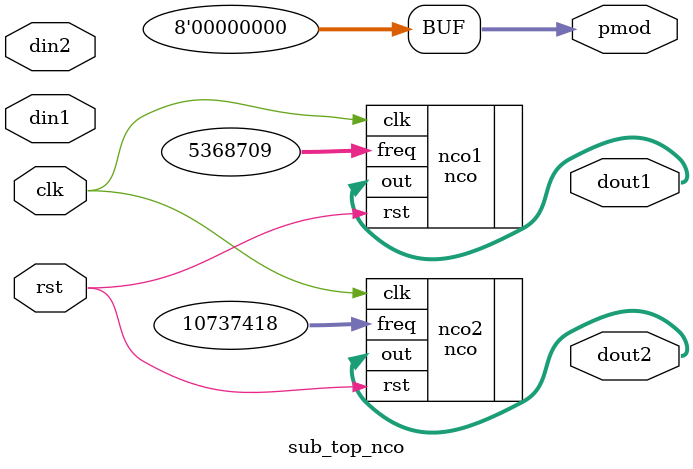
<source format=sv>
module sub_top_nco(
    input clk,rst,
    input signed [15:0]din1,din2,
    output signed [15:0]dout1,dout2,
    output [8:1]pmod
    );
    
    assign pmod=0;
    nco nco1(
        .clk(clk),
        .rst(rst),
        .freq(268435456/50*1),
        .out(dout1)
        );
        
    nco nco2(
        .clk(clk),
        .rst(rst),
        .freq(268435456/50*2),
        .out(dout2)
        );
endmodule
</source>
